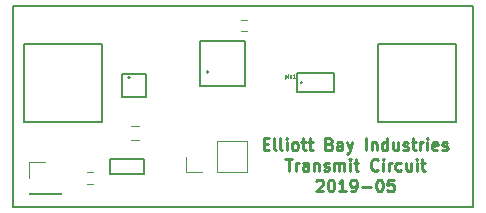
<source format=gto>
G04 #@! TF.GenerationSoftware,KiCad,Pcbnew,(5.0.1)-4*
G04 #@! TF.CreationDate,2019-05-23T13:05:23-07:00*
G04 #@! TF.ProjectId,Transmit_circuit,5472616E736D69745F63697263756974,rev?*
G04 #@! TF.SameCoordinates,Original*
G04 #@! TF.FileFunction,Legend,Top*
G04 #@! TF.FilePolarity,Positive*
%FSLAX46Y46*%
G04 Gerber Fmt 4.6, Leading zero omitted, Abs format (unit mm)*
G04 Created by KiCad (PCBNEW (5.0.1)-4) date 5/23/2019 1:05:23 PM*
%MOMM*%
%LPD*%
G01*
G04 APERTURE LIST*
%ADD10C,0.200000*%
%ADD11C,0.250000*%
%ADD12C,0.120000*%
%ADD13C,0.150000*%
%ADD14C,0.050000*%
G04 APERTURE END LIST*
D10*
X137000000Y-108000000D02*
X98000000Y-108000000D01*
X137000000Y-125000000D02*
X137000000Y-108000000D01*
X98000000Y-125000000D02*
X137000000Y-125000000D01*
X98000000Y-108000000D02*
X98000000Y-125000000D01*
D11*
X119238095Y-119678571D02*
X119571428Y-119678571D01*
X119714285Y-120202380D02*
X119238095Y-120202380D01*
X119238095Y-119202380D01*
X119714285Y-119202380D01*
X120285714Y-120202380D02*
X120190476Y-120154761D01*
X120142857Y-120059523D01*
X120142857Y-119202380D01*
X120809523Y-120202380D02*
X120714285Y-120154761D01*
X120666666Y-120059523D01*
X120666666Y-119202380D01*
X121190476Y-120202380D02*
X121190476Y-119535714D01*
X121190476Y-119202380D02*
X121142857Y-119250000D01*
X121190476Y-119297619D01*
X121238095Y-119250000D01*
X121190476Y-119202380D01*
X121190476Y-119297619D01*
X121809523Y-120202380D02*
X121714285Y-120154761D01*
X121666666Y-120107142D01*
X121619047Y-120011904D01*
X121619047Y-119726190D01*
X121666666Y-119630952D01*
X121714285Y-119583333D01*
X121809523Y-119535714D01*
X121952380Y-119535714D01*
X122047619Y-119583333D01*
X122095238Y-119630952D01*
X122142857Y-119726190D01*
X122142857Y-120011904D01*
X122095238Y-120107142D01*
X122047619Y-120154761D01*
X121952380Y-120202380D01*
X121809523Y-120202380D01*
X122428571Y-119535714D02*
X122809523Y-119535714D01*
X122571428Y-119202380D02*
X122571428Y-120059523D01*
X122619047Y-120154761D01*
X122714285Y-120202380D01*
X122809523Y-120202380D01*
X123000000Y-119535714D02*
X123380952Y-119535714D01*
X123142857Y-119202380D02*
X123142857Y-120059523D01*
X123190476Y-120154761D01*
X123285714Y-120202380D01*
X123380952Y-120202380D01*
X124809523Y-119678571D02*
X124952380Y-119726190D01*
X125000000Y-119773809D01*
X125047619Y-119869047D01*
X125047619Y-120011904D01*
X125000000Y-120107142D01*
X124952380Y-120154761D01*
X124857142Y-120202380D01*
X124476190Y-120202380D01*
X124476190Y-119202380D01*
X124809523Y-119202380D01*
X124904761Y-119250000D01*
X124952380Y-119297619D01*
X125000000Y-119392857D01*
X125000000Y-119488095D01*
X124952380Y-119583333D01*
X124904761Y-119630952D01*
X124809523Y-119678571D01*
X124476190Y-119678571D01*
X125904761Y-120202380D02*
X125904761Y-119678571D01*
X125857142Y-119583333D01*
X125761904Y-119535714D01*
X125571428Y-119535714D01*
X125476190Y-119583333D01*
X125904761Y-120154761D02*
X125809523Y-120202380D01*
X125571428Y-120202380D01*
X125476190Y-120154761D01*
X125428571Y-120059523D01*
X125428571Y-119964285D01*
X125476190Y-119869047D01*
X125571428Y-119821428D01*
X125809523Y-119821428D01*
X125904761Y-119773809D01*
X126285714Y-119535714D02*
X126523809Y-120202380D01*
X126761904Y-119535714D02*
X126523809Y-120202380D01*
X126428571Y-120440476D01*
X126380952Y-120488095D01*
X126285714Y-120535714D01*
X127904761Y-120202380D02*
X127904761Y-119202380D01*
X128380952Y-119535714D02*
X128380952Y-120202380D01*
X128380952Y-119630952D02*
X128428571Y-119583333D01*
X128523809Y-119535714D01*
X128666666Y-119535714D01*
X128761904Y-119583333D01*
X128809523Y-119678571D01*
X128809523Y-120202380D01*
X129714285Y-120202380D02*
X129714285Y-119202380D01*
X129714285Y-120154761D02*
X129619047Y-120202380D01*
X129428571Y-120202380D01*
X129333333Y-120154761D01*
X129285714Y-120107142D01*
X129238095Y-120011904D01*
X129238095Y-119726190D01*
X129285714Y-119630952D01*
X129333333Y-119583333D01*
X129428571Y-119535714D01*
X129619047Y-119535714D01*
X129714285Y-119583333D01*
X130619047Y-119535714D02*
X130619047Y-120202380D01*
X130190476Y-119535714D02*
X130190476Y-120059523D01*
X130238095Y-120154761D01*
X130333333Y-120202380D01*
X130476190Y-120202380D01*
X130571428Y-120154761D01*
X130619047Y-120107142D01*
X131047619Y-120154761D02*
X131142857Y-120202380D01*
X131333333Y-120202380D01*
X131428571Y-120154761D01*
X131476190Y-120059523D01*
X131476190Y-120011904D01*
X131428571Y-119916666D01*
X131333333Y-119869047D01*
X131190476Y-119869047D01*
X131095238Y-119821428D01*
X131047619Y-119726190D01*
X131047619Y-119678571D01*
X131095238Y-119583333D01*
X131190476Y-119535714D01*
X131333333Y-119535714D01*
X131428571Y-119583333D01*
X131761904Y-119535714D02*
X132142857Y-119535714D01*
X131904761Y-119202380D02*
X131904761Y-120059523D01*
X131952380Y-120154761D01*
X132047619Y-120202380D01*
X132142857Y-120202380D01*
X132476190Y-120202380D02*
X132476190Y-119535714D01*
X132476190Y-119726190D02*
X132523809Y-119630952D01*
X132571428Y-119583333D01*
X132666666Y-119535714D01*
X132761904Y-119535714D01*
X133095238Y-120202380D02*
X133095238Y-119535714D01*
X133095238Y-119202380D02*
X133047619Y-119250000D01*
X133095238Y-119297619D01*
X133142857Y-119250000D01*
X133095238Y-119202380D01*
X133095238Y-119297619D01*
X133952380Y-120154761D02*
X133857142Y-120202380D01*
X133666666Y-120202380D01*
X133571428Y-120154761D01*
X133523809Y-120059523D01*
X133523809Y-119678571D01*
X133571428Y-119583333D01*
X133666666Y-119535714D01*
X133857142Y-119535714D01*
X133952380Y-119583333D01*
X134000000Y-119678571D01*
X134000000Y-119773809D01*
X133523809Y-119869047D01*
X134380952Y-120154761D02*
X134476190Y-120202380D01*
X134666666Y-120202380D01*
X134761904Y-120154761D01*
X134809523Y-120059523D01*
X134809523Y-120011904D01*
X134761904Y-119916666D01*
X134666666Y-119869047D01*
X134523809Y-119869047D01*
X134428571Y-119821428D01*
X134380952Y-119726190D01*
X134380952Y-119678571D01*
X134428571Y-119583333D01*
X134523809Y-119535714D01*
X134666666Y-119535714D01*
X134761904Y-119583333D01*
X121071428Y-120952380D02*
X121642857Y-120952380D01*
X121357142Y-121952380D02*
X121357142Y-120952380D01*
X121976190Y-121952380D02*
X121976190Y-121285714D01*
X121976190Y-121476190D02*
X122023809Y-121380952D01*
X122071428Y-121333333D01*
X122166666Y-121285714D01*
X122261904Y-121285714D01*
X123023809Y-121952380D02*
X123023809Y-121428571D01*
X122976190Y-121333333D01*
X122880952Y-121285714D01*
X122690476Y-121285714D01*
X122595238Y-121333333D01*
X123023809Y-121904761D02*
X122928571Y-121952380D01*
X122690476Y-121952380D01*
X122595238Y-121904761D01*
X122547619Y-121809523D01*
X122547619Y-121714285D01*
X122595238Y-121619047D01*
X122690476Y-121571428D01*
X122928571Y-121571428D01*
X123023809Y-121523809D01*
X123500000Y-121285714D02*
X123500000Y-121952380D01*
X123500000Y-121380952D02*
X123547619Y-121333333D01*
X123642857Y-121285714D01*
X123785714Y-121285714D01*
X123880952Y-121333333D01*
X123928571Y-121428571D01*
X123928571Y-121952380D01*
X124357142Y-121904761D02*
X124452380Y-121952380D01*
X124642857Y-121952380D01*
X124738095Y-121904761D01*
X124785714Y-121809523D01*
X124785714Y-121761904D01*
X124738095Y-121666666D01*
X124642857Y-121619047D01*
X124500000Y-121619047D01*
X124404761Y-121571428D01*
X124357142Y-121476190D01*
X124357142Y-121428571D01*
X124404761Y-121333333D01*
X124500000Y-121285714D01*
X124642857Y-121285714D01*
X124738095Y-121333333D01*
X125214285Y-121952380D02*
X125214285Y-121285714D01*
X125214285Y-121380952D02*
X125261904Y-121333333D01*
X125357142Y-121285714D01*
X125500000Y-121285714D01*
X125595238Y-121333333D01*
X125642857Y-121428571D01*
X125642857Y-121952380D01*
X125642857Y-121428571D02*
X125690476Y-121333333D01*
X125785714Y-121285714D01*
X125928571Y-121285714D01*
X126023809Y-121333333D01*
X126071428Y-121428571D01*
X126071428Y-121952380D01*
X126547619Y-121952380D02*
X126547619Y-121285714D01*
X126547619Y-120952380D02*
X126500000Y-121000000D01*
X126547619Y-121047619D01*
X126595238Y-121000000D01*
X126547619Y-120952380D01*
X126547619Y-121047619D01*
X126880952Y-121285714D02*
X127261904Y-121285714D01*
X127023809Y-120952380D02*
X127023809Y-121809523D01*
X127071428Y-121904761D01*
X127166666Y-121952380D01*
X127261904Y-121952380D01*
X128928571Y-121857142D02*
X128880952Y-121904761D01*
X128738095Y-121952380D01*
X128642857Y-121952380D01*
X128500000Y-121904761D01*
X128404761Y-121809523D01*
X128357142Y-121714285D01*
X128309523Y-121523809D01*
X128309523Y-121380952D01*
X128357142Y-121190476D01*
X128404761Y-121095238D01*
X128500000Y-121000000D01*
X128642857Y-120952380D01*
X128738095Y-120952380D01*
X128880952Y-121000000D01*
X128928571Y-121047619D01*
X129357142Y-121952380D02*
X129357142Y-121285714D01*
X129357142Y-120952380D02*
X129309523Y-121000000D01*
X129357142Y-121047619D01*
X129404761Y-121000000D01*
X129357142Y-120952380D01*
X129357142Y-121047619D01*
X129833333Y-121952380D02*
X129833333Y-121285714D01*
X129833333Y-121476190D02*
X129880952Y-121380952D01*
X129928571Y-121333333D01*
X130023809Y-121285714D01*
X130119047Y-121285714D01*
X130880952Y-121904761D02*
X130785714Y-121952380D01*
X130595238Y-121952380D01*
X130500000Y-121904761D01*
X130452380Y-121857142D01*
X130404761Y-121761904D01*
X130404761Y-121476190D01*
X130452380Y-121380952D01*
X130500000Y-121333333D01*
X130595238Y-121285714D01*
X130785714Y-121285714D01*
X130880952Y-121333333D01*
X131738095Y-121285714D02*
X131738095Y-121952380D01*
X131309523Y-121285714D02*
X131309523Y-121809523D01*
X131357142Y-121904761D01*
X131452380Y-121952380D01*
X131595238Y-121952380D01*
X131690476Y-121904761D01*
X131738095Y-121857142D01*
X132214285Y-121952380D02*
X132214285Y-121285714D01*
X132214285Y-120952380D02*
X132166666Y-121000000D01*
X132214285Y-121047619D01*
X132261904Y-121000000D01*
X132214285Y-120952380D01*
X132214285Y-121047619D01*
X132547619Y-121285714D02*
X132928571Y-121285714D01*
X132690476Y-120952380D02*
X132690476Y-121809523D01*
X132738095Y-121904761D01*
X132833333Y-121952380D01*
X132928571Y-121952380D01*
X123714285Y-122797619D02*
X123761904Y-122750000D01*
X123857142Y-122702380D01*
X124095238Y-122702380D01*
X124190476Y-122750000D01*
X124238095Y-122797619D01*
X124285714Y-122892857D01*
X124285714Y-122988095D01*
X124238095Y-123130952D01*
X123666666Y-123702380D01*
X124285714Y-123702380D01*
X124904761Y-122702380D02*
X125000000Y-122702380D01*
X125095238Y-122750000D01*
X125142857Y-122797619D01*
X125190476Y-122892857D01*
X125238095Y-123083333D01*
X125238095Y-123321428D01*
X125190476Y-123511904D01*
X125142857Y-123607142D01*
X125095238Y-123654761D01*
X125000000Y-123702380D01*
X124904761Y-123702380D01*
X124809523Y-123654761D01*
X124761904Y-123607142D01*
X124714285Y-123511904D01*
X124666666Y-123321428D01*
X124666666Y-123083333D01*
X124714285Y-122892857D01*
X124761904Y-122797619D01*
X124809523Y-122750000D01*
X124904761Y-122702380D01*
X126190476Y-123702380D02*
X125619047Y-123702380D01*
X125904761Y-123702380D02*
X125904761Y-122702380D01*
X125809523Y-122845238D01*
X125714285Y-122940476D01*
X125619047Y-122988095D01*
X126666666Y-123702380D02*
X126857142Y-123702380D01*
X126952380Y-123654761D01*
X127000000Y-123607142D01*
X127095238Y-123464285D01*
X127142857Y-123273809D01*
X127142857Y-122892857D01*
X127095238Y-122797619D01*
X127047619Y-122750000D01*
X126952380Y-122702380D01*
X126761904Y-122702380D01*
X126666666Y-122750000D01*
X126619047Y-122797619D01*
X126571428Y-122892857D01*
X126571428Y-123130952D01*
X126619047Y-123226190D01*
X126666666Y-123273809D01*
X126761904Y-123321428D01*
X126952380Y-123321428D01*
X127047619Y-123273809D01*
X127095238Y-123226190D01*
X127142857Y-123130952D01*
X127571428Y-123321428D02*
X128333333Y-123321428D01*
X129000000Y-122702380D02*
X129095238Y-122702380D01*
X129190476Y-122750000D01*
X129238095Y-122797619D01*
X129285714Y-122892857D01*
X129333333Y-123083333D01*
X129333333Y-123321428D01*
X129285714Y-123511904D01*
X129238095Y-123607142D01*
X129190476Y-123654761D01*
X129095238Y-123702380D01*
X129000000Y-123702380D01*
X128904761Y-123654761D01*
X128857142Y-123607142D01*
X128809523Y-123511904D01*
X128761904Y-123321428D01*
X128761904Y-123083333D01*
X128809523Y-122892857D01*
X128857142Y-122797619D01*
X128904761Y-122750000D01*
X129000000Y-122702380D01*
X130238095Y-122702380D02*
X129761904Y-122702380D01*
X129714285Y-123178571D01*
X129761904Y-123130952D01*
X129857142Y-123083333D01*
X130095238Y-123083333D01*
X130190476Y-123130952D01*
X130238095Y-123178571D01*
X130285714Y-123273809D01*
X130285714Y-123511904D01*
X130238095Y-123607142D01*
X130190476Y-123654761D01*
X130095238Y-123702380D01*
X129857142Y-123702380D01*
X129761904Y-123654761D01*
X129714285Y-123607142D01*
D12*
G04 #@! TO.C,R1*
X104825000Y-122045000D02*
X104325000Y-122045000D01*
X104325000Y-123105000D02*
X104825000Y-123105000D01*
D13*
G04 #@! TO.C,U4*
X122025000Y-113700000D02*
X122025000Y-115300000D01*
X122025000Y-115300000D02*
X125225000Y-115300000D01*
X125225000Y-115300000D02*
X125225000Y-113700000D01*
X125225000Y-113700000D02*
X122025000Y-113700000D01*
X122487111Y-114510000D02*
G75*
G03X122487111Y-114510000I-72111J0D01*
G01*
D12*
G04 #@! TO.C,J2*
X117870000Y-122080000D02*
X117870000Y-119420000D01*
X115270000Y-122080000D02*
X117870000Y-122080000D01*
X115270000Y-119420000D02*
X117870000Y-119420000D01*
X115270000Y-122080000D02*
X115270000Y-119420000D01*
X114000000Y-122080000D02*
X112670000Y-122080000D01*
X112670000Y-122080000D02*
X112670000Y-120750000D01*
D13*
G04 #@! TO.C,U2*
X107907082Y-114060000D02*
G75*
G03X107907082Y-114060000I-67082J0D01*
G01*
X109250000Y-113750000D02*
X107250000Y-113750000D01*
X109250000Y-115750000D02*
X109250000Y-113750000D01*
X107250000Y-115750000D02*
X109250000Y-115750000D01*
X107250000Y-113750000D02*
X107250000Y-115750000D01*
G04 #@! TO.C,CON1*
X98960000Y-111180000D02*
X98960000Y-117830000D01*
X98960000Y-117830000D02*
X105540000Y-117830000D01*
X105540000Y-117830000D02*
X105540000Y-111190000D01*
X105540000Y-111190000D02*
X98940000Y-111190000D01*
G04 #@! TO.C,CON2*
X135540000Y-111190000D02*
X128940000Y-111190000D01*
X135540000Y-117830000D02*
X135540000Y-111190000D01*
X128960000Y-117830000D02*
X135540000Y-117830000D01*
X128960000Y-111180000D02*
X128960000Y-117830000D01*
G04 #@! TO.C,U1*
X106225000Y-120925000D02*
X106225000Y-122225000D01*
X106225000Y-122225000D02*
X109125000Y-122225000D01*
X109125000Y-122225000D02*
X109125000Y-120925000D01*
X109125000Y-120925000D02*
X106225000Y-120925000D01*
G04 #@! TO.C,U3*
X113840000Y-110965000D02*
X113840000Y-114785000D01*
X113840000Y-114785000D02*
X117660000Y-114785000D01*
X117660000Y-114785000D02*
X117660000Y-110965000D01*
X117660000Y-110965000D02*
X113840000Y-110965000D01*
X114536158Y-113595000D02*
G75*
G03X114536158Y-113595000I-76158J0D01*
G01*
D12*
G04 #@! TO.C,J1*
X99395000Y-123905000D02*
X102055000Y-123905000D01*
X99395000Y-123845000D02*
X99395000Y-123905000D01*
X102055000Y-123845000D02*
X102055000Y-123905000D01*
X99395000Y-123845000D02*
X102055000Y-123845000D01*
X99395000Y-122575000D02*
X99395000Y-121245000D01*
X99395000Y-121245000D02*
X100725000Y-121245000D01*
G04 #@! TO.C,C1*
X117325000Y-110095000D02*
X117825000Y-110095000D01*
X117825000Y-109155000D02*
X117325000Y-109155000D01*
G04 #@! TO.C,C2*
X108000000Y-118125000D02*
X108700000Y-118125000D01*
X108700000Y-119325000D02*
X108000000Y-119325000D01*
G04 #@! TD*
G04 #@! TO.C,U4*
D14*
X121040714Y-113875714D02*
X121040714Y-114175714D01*
X121040714Y-113890000D02*
X121069285Y-113875714D01*
X121126428Y-113875714D01*
X121155000Y-113890000D01*
X121169285Y-113904285D01*
X121183571Y-113932857D01*
X121183571Y-114018571D01*
X121169285Y-114047142D01*
X121155000Y-114061428D01*
X121126428Y-114075714D01*
X121069285Y-114075714D01*
X121040714Y-114061428D01*
X121312142Y-114075714D02*
X121312142Y-113875714D01*
X121312142Y-113775714D02*
X121297857Y-113790000D01*
X121312142Y-113804285D01*
X121326428Y-113790000D01*
X121312142Y-113775714D01*
X121312142Y-113804285D01*
X121455000Y-113875714D02*
X121455000Y-114075714D01*
X121455000Y-113904285D02*
X121469285Y-113890000D01*
X121497857Y-113875714D01*
X121540714Y-113875714D01*
X121569285Y-113890000D01*
X121583571Y-113918571D01*
X121583571Y-114075714D01*
X121883571Y-114075714D02*
X121712142Y-114075714D01*
X121797857Y-114075714D02*
X121797857Y-113775714D01*
X121769285Y-113818571D01*
X121740714Y-113847142D01*
X121712142Y-113861428D01*
G04 #@! TD*
M02*

</source>
